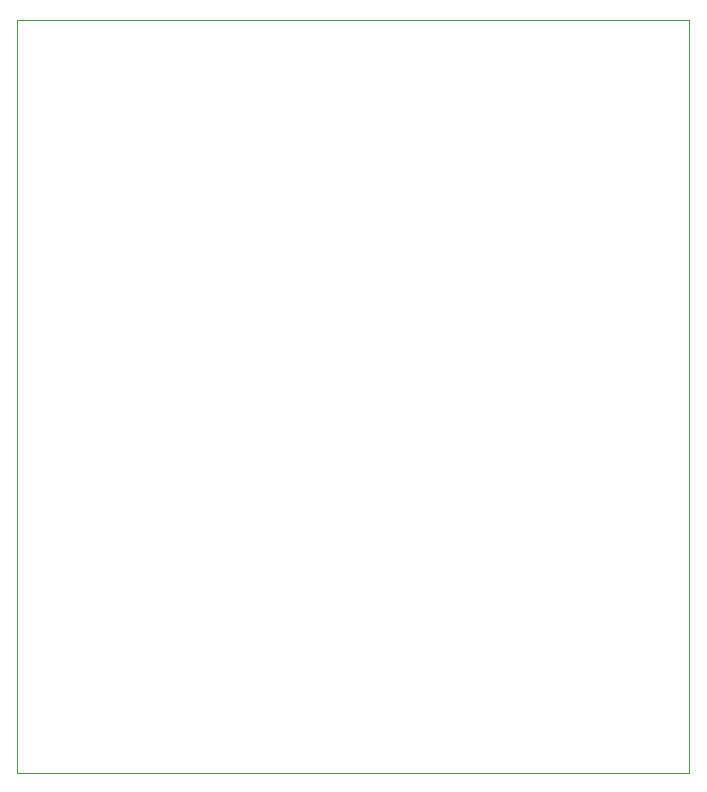
<source format=gm1>
G04 #@! TF.FileFunction,Profile,NP*
%FSLAX46Y46*%
G04 Gerber Fmt 4.6, Leading zero omitted, Abs format (unit mm)*
G04 Created by KiCad (PCBNEW 4.0.7-e2-6376~58~ubuntu16.04.1) date Thu Mar 10 23:02:34 2022*
%MOMM*%
%LPD*%
G01*
G04 APERTURE LIST*
%ADD10C,0.100000*%
G04 APERTURE END LIST*
D10*
X129032000Y-33782000D02*
X129032000Y-97536000D01*
X185928000Y-33782000D02*
X129032000Y-33782000D01*
X185928000Y-97536000D02*
X185928000Y-33782000D01*
X129032000Y-97536000D02*
X185928000Y-97536000D01*
M02*

</source>
